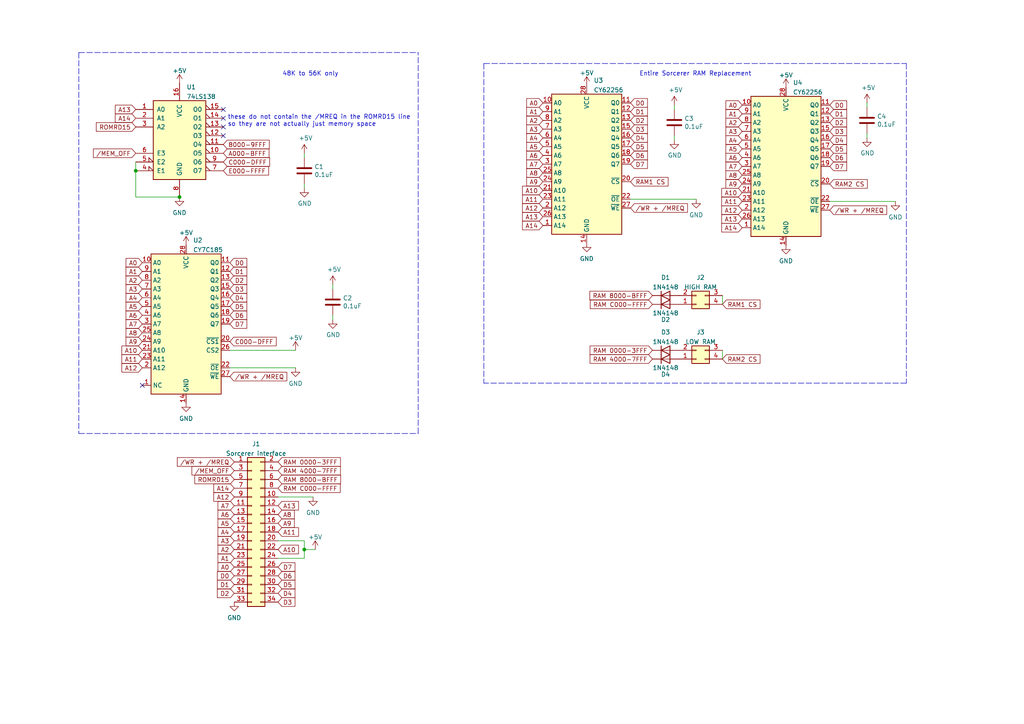
<source format=kicad_sch>
(kicad_sch (version 20211123) (generator eeschema)
  (paper "A4")
  (lib_symbols
    (symbol "74xx:74LS138" (pin_names (offset 1.016))
      (property "Reference" "U" (at -7.62 11.43 0))
      (property "Value" "74LS138" (at -7.62 -13.97 0))
      (symbol "74LS138_1_0"
        (pin input line (at -12.7 7.62 0) (length 5.08) (name "A0") (number "1"))
        (pin output output_low (at 12.7 -5.08 180) (length 5.08) (name "O5") (number "10"))
        (pin output output_low (at 12.7 -2.54 180) (length 5.08) (name "O4") (number "11"))
        (pin output output_low (at 12.7 0 180) (length 5.08) (name "O3") (number "12"))
        (pin output output_low (at 12.7 2.54 180) (length 5.08) (name "O2") (number "13"))
        (pin output output_low (at 12.7 5.08 180) (length 5.08) (name "O1") (number "14"))
        (pin output output_low (at 12.7 7.62 180) (length 5.08) (name "O0") (number "15"))
        (pin power_in line (at 0 15.24 270) (length 5.08) (name "VCC") (number "16"))
        (pin input line (at -12.7 5.08 0) (length 5.08) (name "A1") (number "2"))
        (pin input line (at -12.7 2.54 0) (length 5.08) (name "A2") (number "3"))
        (pin input input_low (at -12.7 -10.16 0) (length 5.08) (name "E1") (number "4"))
        (pin input input_low (at -12.7 -7.62 0) (length 5.08) (name "E2") (number "5"))
        (pin input line (at -12.7 -5.08 0) (length 5.08) (name "E3") (number "6"))
        (pin output output_low (at 12.7 -10.16 180) (length 5.08) (name "O7") (number "7"))
        (pin power_in line (at 0 -17.78 90) (length 5.08) (name "GND") (number "8"))
        (pin output output_low (at 12.7 -7.62 180) (length 5.08) (name "O6") (number "9"))
      )
      (symbol "74LS138_1_1"
        (rectangle (start -7.62 10.16) (end 7.62 -12.7) (stroke (width 0.254)) (fill (type background)))
      )
    )
    (symbol "Connector_Generic:Conn_02x02_Counter_Clockwise" (pin_names (offset 1.016) hide)
      (property "Reference" "J" (at 1.27 2.54 0))
      (property "Value" "Conn_02x02_Counter_Clockwise" (at 1.27 -5.08 0))
      (symbol "Conn_02x02_Counter_Clockwise_1_1"
        (rectangle (start -1.27 -2.413) (end 0 -2.667) (stroke (width 0.1524)))
        (rectangle (start -1.27 0.127) (end 0 -0.127) (stroke (width 0.1524)))
        (rectangle (start -1.27 1.27) (end 3.81 -3.81) (stroke (width 0.254)) (fill (type background)))
        (rectangle (start 3.81 -2.413) (end 2.54 -2.667) (stroke (width 0.1524)))
        (rectangle (start 3.81 0.127) (end 2.54 -0.127) (stroke (width 0.1524)))
        (pin passive line (at -5.08 0 0) (length 3.81) (name "Pin_1") (number "1"))
        (pin passive line (at -5.08 -2.54 0) (length 3.81) (name "Pin_2") (number "2"))
        (pin passive line (at 7.62 -2.54 180) (length 3.81) (name "Pin_3") (number "3"))
        (pin passive line (at 7.62 0 180) (length 3.81) (name "Pin_4") (number "4"))
      )
    )
    (symbol "Connector_Generic:Conn_02x17_Odd_Even" (pin_names (offset 1.016) hide)
      (property "Reference" "J" (at 1.27 22.86 0))
      (property "Value" "Conn_02x17_Odd_Even" (at 1.27 -22.86 0))
      (symbol "Conn_02x17_Odd_Even_1_1"
        (rectangle (start -1.27 -20.193) (end 0 -20.447) (stroke (width 0.1524)))
        (rectangle (start -1.27 -17.653) (end 0 -17.907) (stroke (width 0.1524)))
        (rectangle (start -1.27 -15.113) (end 0 -15.367) (stroke (width 0.1524)))
        (rectangle (start -1.27 -12.573) (end 0 -12.827) (stroke (width 0.1524)))
        (rectangle (start -1.27 -10.033) (end 0 -10.287) (stroke (width 0.1524)))
        (rectangle (start -1.27 -7.493) (end 0 -7.747) (stroke (width 0.1524)))
        (rectangle (start -1.27 -4.953) (end 0 -5.207) (stroke (width 0.1524)))
        (rectangle (start -1.27 -2.413) (end 0 -2.667) (stroke (width 0.1524)))
        (rectangle (start -1.27 0.127) (end 0 -0.127) (stroke (width 0.1524)))
        (rectangle (start -1.27 2.667) (end 0 2.413) (stroke (width 0.1524)))
        (rectangle (start -1.27 5.207) (end 0 4.953) (stroke (width 0.1524)))
        (rectangle (start -1.27 7.747) (end 0 7.493) (stroke (width 0.1524)))
        (rectangle (start -1.27 10.287) (end 0 10.033) (stroke (width 0.1524)))
        (rectangle (start -1.27 12.827) (end 0 12.573) (stroke (width 0.1524)))
        (rectangle (start -1.27 15.367) (end 0 15.113) (stroke (width 0.1524)))
        (rectangle (start -1.27 17.907) (end 0 17.653) (stroke (width 0.1524)))
        (rectangle (start -1.27 20.447) (end 0 20.193) (stroke (width 0.1524)))
        (rectangle (start -1.27 21.59) (end 3.81 -21.59) (stroke (width 0.254)) (fill (type background)))
        (rectangle (start 3.81 -20.193) (end 2.54 -20.447) (stroke (width 0.1524)))
        (rectangle (start 3.81 -17.653) (end 2.54 -17.907) (stroke (width 0.1524)))
        (rectangle (start 3.81 -15.113) (end 2.54 -15.367) (stroke (width 0.1524)))
        (rectangle (start 3.81 -12.573) (end 2.54 -12.827) (stroke (width 0.1524)))
        (rectangle (start 3.81 -10.033) (end 2.54 -10.287) (stroke (width 0.1524)))
        (rectangle (start 3.81 -7.493) (end 2.54 -7.747) (stroke (width 0.1524)))
        (rectangle (start 3.81 -4.953) (end 2.54 -5.207) (stroke (width 0.1524)))
        (rectangle (start 3.81 -2.413) (end 2.54 -2.667) (stroke (width 0.1524)))
        (rectangle (start 3.81 0.127) (end 2.54 -0.127) (stroke (width 0.1524)))
        (rectangle (start 3.81 2.667) (end 2.54 2.413) (stroke (width 0.1524)))
        (rectangle (start 3.81 5.207) (end 2.54 4.953) (stroke (width 0.1524)))
        (rectangle (start 3.81 7.747) (end 2.54 7.493) (stroke (width 0.1524)))
        (rectangle (start 3.81 10.287) (end 2.54 10.033) (stroke (width 0.1524)))
        (rectangle (start 3.81 12.827) (end 2.54 12.573) (stroke (width 0.1524)))
        (rectangle (start 3.81 15.367) (end 2.54 15.113) (stroke (width 0.1524)))
        (rectangle (start 3.81 17.907) (end 2.54 17.653) (stroke (width 0.1524)))
        (rectangle (start 3.81 20.447) (end 2.54 20.193) (stroke (width 0.1524)))
        (pin passive line (at -5.08 20.32 0) (length 3.81) (name "Pin_1") (number "1"))
        (pin passive line (at 7.62 10.16 180) (length 3.81) (name "Pin_10") (number "10"))
        (pin passive line (at -5.08 7.62 0) (length 3.81) (name "Pin_11") (number "11"))
        (pin passive line (at 7.62 7.62 180) (length 3.81) (name "Pin_12") (number "12"))
        (pin passive line (at -5.08 5.08 0) (length 3.81) (name "Pin_13") (number "13"))
        (pin passive line (at 7.62 5.08 180) (length 3.81) (name "Pin_14") (number "14"))
        (pin passive line (at -5.08 2.54 0) (length 3.81) (name "Pin_15") (number "15"))
        (pin passive line (at 7.62 2.54 180) (length 3.81) (name "Pin_16") (number "16"))
        (pin passive line (at -5.08 0 0) (length 3.81) (name "Pin_17") (number "17"))
        (pin passive line (at 7.62 0 180) (length 3.81) (name "Pin_18") (number "18"))
        (pin passive line (at -5.08 -2.54 0) (length 3.81) (name "Pin_19") (number "19"))
        (pin passive line (at 7.62 20.32 180) (length 3.81) (name "Pin_2") (number "2"))
        (pin passive line (at 7.62 -2.54 180) (length 3.81) (name "Pin_20") (number "20"))
        (pin passive line (at -5.08 -5.08 0) (length 3.81) (name "Pin_21") (number "21"))
        (pin passive line (at 7.62 -5.08 180) (length 3.81) (name "Pin_22") (number "22"))
        (pin passive line (at -5.08 -7.62 0) (length 3.81) (name "Pin_23") (number "23"))
        (pin passive line (at 7.62 -7.62 180) (length 3.81) (name "Pin_24") (number "24"))
        (pin passive line (at -5.08 -10.16 0) (length 3.81) (name "Pin_25") (number "25"))
        (pin passive line (at 7.62 -10.16 180) (length 3.81) (name "Pin_26") (number "26"))
        (pin passive line (at -5.08 -12.7 0) (length 3.81) (name "Pin_27") (number "27"))
        (pin passive line (at 7.62 -12.7 180) (length 3.81) (name "Pin_28") (number "28"))
        (pin passive line (at -5.08 -15.24 0) (length 3.81) (name "Pin_29") (number "29"))
        (pin passive line (at -5.08 17.78 0) (length 3.81) (name "Pin_3") (number "3"))
        (pin passive line (at 7.62 -15.24 180) (length 3.81) (name "Pin_30") (number "30"))
        (pin passive line (at -5.08 -17.78 0) (length 3.81) (name "Pin_31") (number "31"))
        (pin passive line (at 7.62 -17.78 180) (length 3.81) (name "Pin_32") (number "32"))
        (pin passive line (at -5.08 -20.32 0) (length 3.81) (name "Pin_33") (number "33"))
        (pin passive line (at 7.62 -20.32 180) (length 3.81) (name "Pin_34") (number "34"))
        (pin passive line (at 7.62 17.78 180) (length 3.81) (name "Pin_4") (number "4"))
        (pin passive line (at -5.08 15.24 0) (length 3.81) (name "Pin_5") (number "5"))
        (pin passive line (at 7.62 15.24 180) (length 3.81) (name "Pin_6") (number "6"))
        (pin passive line (at -5.08 12.7 0) (length 3.81) (name "Pin_7") (number "7"))
        (pin passive line (at 7.62 12.7 180) (length 3.81) (name "Pin_8") (number "8"))
        (pin passive line (at -5.08 10.16 0) (length 3.81) (name "Pin_9") (number "9"))
      )
    )
    (symbol "Device:C" (pin_numbers hide) (pin_names (offset 0.254))
      (property "Reference" "C" (at 0.635 2.54 0))
      (property "Value" "C" (at 0.635 -2.54 0))
      (symbol "C_0_1"
        (polyline (pts (xy -2.032 -0.762) (xy 2.032 -0.762)) (stroke (width 0.508)))
        (polyline (pts (xy -2.032 0.762) (xy 2.032 0.762)) (stroke (width 0.508)))
      )
      (symbol "C_1_1"
        (pin passive line (at 0 3.81 270) (length 2.794) (name "~") (number "1"))
        (pin passive line (at 0 -3.81 90) (length 2.794) (name "~") (number "2"))
      )
    )
    (symbol "Diode:1N4148" (pin_numbers hide) (pin_names (offset 1.016) hide)
      (property "Reference" "D" (at 0 2.54 0))
      (property "Value" "1N4148" (at 0 -2.54 0))
      (symbol "1N4148_0_1"
        (polyline (pts (xy -1.27 1.27) (xy -1.27 -1.27)) (stroke (width 0.254)))
        (polyline (pts (xy 1.27 0) (xy -1.27 0)))
        (polyline (pts (xy 1.27 1.27) (xy 1.27 -1.27) (xy -1.27 0) (xy 1.27 1.27)) (stroke (width 0.254)))
      )
      (symbol "1N4148_1_1"
        (pin passive line (at -3.81 0 0) (length 2.54) (name "K") (number "1"))
        (pin passive line (at 3.81 0 180) (length 2.54) (name "A") (number "2"))
      )
    )
    (symbol "Evan's misc parts:CY7C185"
      (property "Reference" "U" (at -10.16 20.955 0))
      (property "Value" "CY7C185" (at 2.54 20.955 0))
      (symbol "CY7C185_0_0"
        (pin power_in line (at 0 -22.86 90) (length 2.54) (name "GND") (number "14"))
        (pin power_in line (at 0 22.86 270) (length 2.54) (name "VCC") (number "28"))
      )
      (symbol "CY7C185_0_1"
        (rectangle (start -10.16 20.32) (end 10.16 -20.32) (stroke (width 0.254)) (fill (type background)))
      )
      (symbol "CY7C185_1_1"
        (pin passive line (at -12.7 -17.78 0) (length 2.54) (name "NC") (number "1"))
        (pin input line (at -12.7 17.78 0) (length 2.54) (name "A0") (number "10"))
        (pin tri_state line (at 12.7 17.78 180) (length 2.54) (name "Q0") (number "11"))
        (pin tri_state line (at 12.7 15.24 180) (length 2.54) (name "Q1") (number "12"))
        (pin tri_state line (at 12.7 12.7 180) (length 2.54) (name "Q2") (number "13"))
        (pin tri_state line (at 12.7 10.16 180) (length 2.54) (name "Q3") (number "15"))
        (pin tri_state line (at 12.7 7.62 180) (length 2.54) (name "Q4") (number "16"))
        (pin tri_state line (at 12.7 5.08 180) (length 2.54) (name "Q5") (number "17"))
        (pin tri_state line (at 12.7 2.54 180) (length 2.54) (name "Q6") (number "18"))
        (pin tri_state line (at 12.7 0 180) (length 2.54) (name "Q7") (number "19"))
        (pin input line (at -12.7 -12.7 0) (length 2.54) (name "A12") (number "2"))
        (pin input line (at 12.7 -5.08 180) (length 2.54) (name "~{CS1}") (number "20"))
        (pin input line (at -12.7 -7.62 0) (length 2.54) (name "A10") (number "21"))
        (pin input line (at 12.7 -12.7 180) (length 2.54) (name "~{OE}") (number "22"))
        (pin input line (at -12.7 -10.16 0) (length 2.54) (name "A11") (number "23"))
        (pin input line (at -12.7 -5.08 0) (length 2.54) (name "A9") (number "24"))
        (pin input line (at -12.7 -2.54 0) (length 2.54) (name "A8") (number "25"))
        (pin input line (at 12.7 -7.62 180) (length 2.54) (name "CS2") (number "26"))
        (pin input line (at 12.7 -15.24 180) (length 2.54) (name "~{WE}") (number "27"))
        (pin input line (at -12.7 0 0) (length 2.54) (name "A7") (number "3"))
        (pin input line (at -12.7 2.54 0) (length 2.54) (name "A6") (number "4"))
        (pin input line (at -12.7 5.08 0) (length 2.54) (name "A5") (number "5"))
        (pin input line (at -12.7 7.62 0) (length 2.54) (name "A4") (number "6"))
        (pin input line (at -12.7 10.16 0) (length 2.54) (name "A3") (number "7"))
        (pin input line (at -12.7 12.7 0) (length 2.54) (name "A2") (number "8"))
        (pin input line (at -12.7 15.24 0) (length 2.54) (name "A1") (number "9"))
      )
    )
    (symbol "Memory_RAM:CY62256-70PC"
      (property "Reference" "U" (at -10.16 20.955 0))
      (property "Value" "CY62256-70PC" (at 2.54 20.955 0))
      (symbol "CY62256-70PC_0_0"
        (pin power_in line (at 0 -22.86 90) (length 2.54) (name "GND") (number "14"))
        (pin power_in line (at 0 22.86 270) (length 2.54) (name "VCC") (number "28"))
      )
      (symbol "CY62256-70PC_0_1"
        (rectangle (start -10.16 20.32) (end 10.16 -20.32) (stroke (width 0.254)) (fill (type background)))
      )
      (symbol "CY62256-70PC_1_1"
        (pin input line (at -12.7 -17.78 0) (length 2.54) (name "A14") (number "1"))
        (pin input line (at -12.7 17.78 0) (length 2.54) (name "A0") (number "10"))
        (pin tri_state line (at 12.7 17.78 180) (length 2.54) (name "Q0") (number "11"))
        (pin tri_state line (at 12.7 15.24 180) (length 2.54) (name "Q1") (number "12"))
        (pin tri_state line (at 12.7 12.7 180) (length 2.54) (name "Q2") (number "13"))
        (pin tri_state line (at 12.7 10.16 180) (length 2.54) (name "Q3") (number "15"))
        (pin tri_state line (at 12.7 7.62 180) (length 2.54) (name "Q4") (number "16"))
        (pin tri_state line (at 12.7 5.08 180) (length 2.54) (name "Q5") (number "17"))
        (pin tri_state line (at 12.7 2.54 180) (length 2.54) (name "Q6") (number "18"))
        (pin tri_state line (at 12.7 0 180) (length 2.54) (name "Q7") (number "19"))
        (pin input line (at -12.7 -12.7 0) (length 2.54) (name "A12") (number "2"))
        (pin input line (at 12.7 -5.08 180) (length 2.54) (name "~{CS}") (number "20"))
        (pin input line (at -12.7 -7.62 0) (length 2.54) (name "A10") (number "21"))
        (pin input line (at 12.7 -10.16 180) (length 2.54) (name "~{OE}") (number "22"))
        (pin input line (at -12.7 -10.16 0) (length 2.54) (name "A11") (number "23"))
        (pin input line (at -12.7 -5.08 0) (length 2.54) (name "A9") (number "24"))
        (pin input line (at -12.7 -2.54 0) (length 2.54) (name "A8") (number "25"))
        (pin input line (at -12.7 -15.24 0) (length 2.54) (name "A13") (number "26"))
        (pin input line (at 12.7 -12.7 180) (length 2.54) (name "~{WE}") (number "27"))
        (pin input line (at -12.7 0 0) (length 2.54) (name "A7") (number "3"))
        (pin input line (at -12.7 2.54 0) (length 2.54) (name "A6") (number "4"))
        (pin input line (at -12.7 5.08 0) (length 2.54) (name "A5") (number "5"))
        (pin input line (at -12.7 7.62 0) (length 2.54) (name "A4") (number "6"))
        (pin input line (at -12.7 10.16 0) (length 2.54) (name "A3") (number "7"))
        (pin input line (at -12.7 12.7 0) (length 2.54) (name "A2") (number "8"))
        (pin input line (at -12.7 15.24 0) (length 2.54) (name "A1") (number "9"))
      )
    )
    (symbol "power:+5V" (power) (pin_names (offset 0))
      (property "Value" "+5V" (at 0 3.556 0))
      (symbol "+5V_0_1"
        (polyline (pts (xy -0.762 1.27) (xy 0 2.54)))
        (polyline (pts (xy 0 0) (xy 0 2.54)))
        (polyline (pts (xy 0 2.54) (xy 0.762 1.27)))
      )
      (symbol "+5V_1_1"
        (pin power_in line (at 0 0 90) (length 0) hide (name "+5V") (number "1"))
      )
    )
    (symbol "power:GND" (power) (pin_names (offset 0))
      (property "Value" "GND" (at 0 -3.81 0))
      (symbol "GND_0_1"
        (polyline (pts (xy 0 0) (xy 0 -1.27) (xy 1.27 -1.27) (xy 0 -2.54) (xy -1.27 -1.27) (xy 0 -1.27)))
      )
      (symbol "GND_1_1"
        (pin power_in line (at 0 0 270) (length 0) hide (name "GND") (number "1"))
      )
    )
  )
  (junction (at 39.37 49.53))
  (junction (at 88.265 159.385))
  (junction (at 52.07 57.15))
  (no_connect (at 64.77 36.83))
  (no_connect (at 41.275 111.76))
  (no_connect (at 64.77 39.37))
  (no_connect (at 64.77 34.29))
  (no_connect (at 64.77 31.75))
  (wire (pts (xy 251.46 38.735) (xy 251.46 40.005)))
  (polyline (pts (xy 140.335 18.415) (xy 140.335 111.125)))
  (polyline (pts (xy 22.86 15.24) (xy 22.86 125.73)))
  (polyline (pts (xy 121.285 125.73) (xy 121.285 15.24)))
  (wire (pts (xy 66.675 106.68) (xy 85.725 106.68)))
  (wire (pts (xy 251.46 29.845) (xy 251.46 31.115)))
  (wire (pts (xy 39.37 57.15) (xy 52.07 57.15)))
  (polyline (pts (xy 262.89 111.125) (xy 140.335 111.125)))
  (polyline (pts (xy 140.335 18.415) (xy 262.89 18.415)))
  (wire (pts (xy 66.675 101.6) (xy 85.725 101.6)))
  (wire (pts (xy 96.52 91.44) (xy 96.52 92.71)))
  (wire (pts (xy 209.55 85.725) (xy 209.55 88.265)))
  (wire (pts (xy 39.37 46.99) (xy 39.37 49.53)))
  (wire (pts (xy 88.265 44.45) (xy 88.265 45.72)))
  (polyline (pts (xy 262.89 18.415) (xy 262.89 111.125)))
  (wire (pts (xy 182.88 57.785) (xy 201.93 57.785)))
  (wire (pts (xy 195.58 30.48) (xy 195.58 31.75)))
  (wire (pts (xy 195.58 39.37) (xy 195.58 40.64)))
  (wire (pts (xy 88.265 53.34) (xy 88.265 54.61)))
  (wire (pts (xy 88.265 161.925) (xy 80.645 161.925)))
  (wire (pts (xy 240.665 58.42) (xy 259.715 58.42)))
  (wire (pts (xy 39.37 49.53) (xy 39.37 57.15)))
  (wire (pts (xy 96.52 82.55) (xy 96.52 83.82)))
  (wire (pts (xy 88.265 159.385) (xy 91.44 159.385)))
  (wire (pts (xy 88.265 156.845) (xy 88.265 159.385)))
  (wire (pts (xy 88.265 159.385) (xy 88.265 161.925)))
  (polyline (pts (xy 22.86 125.73) (xy 121.285 125.73)))
  (wire (pts (xy 209.55 101.6) (xy 209.55 104.14)))
  (wire (pts (xy 80.645 144.145) (xy 90.805 144.145)))
  (wire (pts (xy 80.645 156.845) (xy 88.265 156.845)))
  (polyline (pts (xy 22.86 15.24) (xy 121.285 15.24)))
  (text "Entire Sorcerer RAM Replacement" (at 185.42 22.225 0) (effects (font (size 1.27 1.27)) (justify left bottom)))
  (text "these do not contain the /MREQ in the ROMRD15 line\nso they are not actually just memory space" (at 66.04 36.83 0) (effects (font (size 1.27 1.27)) (justify left bottom)))
  (text "48K to 56K only" (at 81.915 22.225 0) (effects (font (size 1.27 1.27)) (justify left bottom)))
  (global_label "A8" (shape input) (at 80.645 149.225 0) (property "Intersheet References" "${INTERSHEET_REFS}" (effects hide)))
  (global_label "A9" (shape input) (at 157.48 52.705 180) (property "Intersheet References" "${INTERSHEET_REFS}" (effects hide)))
  (global_label "A7" (shape input) (at 41.275 93.98 180) (property "Intersheet References" "${INTERSHEET_REFS}" (effects hide)))
  (global_label "A3" (shape input) (at 215.265 38.1 180) (property "Intersheet References" "${INTERSHEET_REFS}" (effects hide)))
  (global_label "A12" (shape input) (at 41.275 106.68 180) (property "Intersheet References" "${INTERSHEET_REFS}" (effects hide)))
  (global_label "D1" (shape input) (at 240.665 33.02 0) (property "Intersheet References" "${INTERSHEET_REFS}" (effects hide)))
  (global_label "A5" (shape input) (at 215.265 43.18 180) (property "Intersheet References" "${INTERSHEET_REFS}" (effects hide)))
  (global_label "RAM1 CS" (shape input) (at 209.55 88.265 0) (property "Intersheet References" "${INTERSHEET_REFS}" (effects hide)))
  (global_label "RAM 8000-BFFF" (shape input) (at 189.23 85.725 180) (property "Intersheet References" "${INTERSHEET_REFS}" (effects hide)))
  (global_label "D0" (shape input) (at 240.665 30.48 0) (property "Intersheet References" "${INTERSHEET_REFS}" (effects hide)))
  (global_label "D7" (shape input) (at 240.665 48.26 0) (property "Intersheet References" "${INTERSHEET_REFS}" (effects hide)))
  (global_label "A0" (shape input) (at 157.48 29.845 180) (property "Intersheet References" "${INTERSHEET_REFS}" (effects hide)))
  (global_label "RAM2 CS" (shape input) (at 240.665 53.34 0) (property "Intersheet References" "${INTERSHEET_REFS}" (effects hide)))
  (global_label "D6" (shape input) (at 66.675 91.44 0) (property "Intersheet References" "${INTERSHEET_REFS}" (effects hide)))
  (global_label "RAM2 CS" (shape input) (at 209.55 104.14 0) (property "Intersheet References" "${INTERSHEET_REFS}" (effects hide)))
  (global_label "A14" (shape input) (at 39.37 34.29 180) (property "Intersheet References" "${INTERSHEET_REFS}" (effects hide)))
  (global_label "A3" (shape input) (at 41.275 83.82 180) (property "Intersheet References" "${INTERSHEET_REFS}" (effects hide)))
  (global_label "D5" (shape input) (at 80.645 169.545 0) (property "Intersheet References" "${INTERSHEET_REFS}" (effects hide)))
  (global_label "A13" (shape input) (at 80.645 146.685 0) (property "Intersheet References" "${INTERSHEET_REFS}" (effects hide)))
  (global_label "A11" (shape input) (at 215.265 58.42 180) (property "Intersheet References" "${INTERSHEET_REFS}" (effects hide)))
  (global_label "A7" (shape input) (at 215.265 48.26 180) (property "Intersheet References" "${INTERSHEET_REFS}" (effects hide)))
  (global_label "A12" (shape input) (at 157.48 60.325 180) (property "Intersheet References" "${INTERSHEET_REFS}" (effects hide)))
  (global_label "A11" (shape input) (at 157.48 57.785 180) (property "Intersheet References" "${INTERSHEET_REFS}" (effects hide)))
  (global_label "A14" (shape input) (at 157.48 65.405 180) (property "Intersheet References" "${INTERSHEET_REFS}" (effects hide)))
  (global_label "A14" (shape input) (at 67.945 141.605 180) (property "Intersheet References" "${INTERSHEET_REFS}" (effects hide)))
  (global_label "D3" (shape input) (at 182.88 37.465 0) (property "Intersheet References" "${INTERSHEET_REFS}" (effects hide)))
  (global_label "A3" (shape input) (at 67.945 156.845 180) (property "Intersheet References" "${INTERSHEET_REFS}" (effects hide)))
  (global_label "RAM1 CS" (shape input) (at 182.88 52.705 0) (property "Intersheet References" "${INTERSHEET_REFS}" (effects hide)))
  (global_label "{slash}WR + {slash}MREQ" (shape input) (at 66.675 109.22 0) (property "Intersheet References" "${INTERSHEET_REFS}" (effects hide)))
  (global_label "A3" (shape input) (at 157.48 37.465 180) (property "Intersheet References" "${INTERSHEET_REFS}" (effects hide)))
  (global_label "A13" (shape input) (at 157.48 62.865 180) (property "Intersheet References" "${INTERSHEET_REFS}" (effects hide)))
  (global_label "D5" (shape input) (at 66.675 88.9 0) (property "Intersheet References" "${INTERSHEET_REFS}" (effects hide)))
  (global_label "A6" (shape input) (at 67.945 149.225 180) (property "Intersheet References" "${INTERSHEET_REFS}" (effects hide)))
  (global_label "A0" (shape input) (at 41.275 76.2 180) (property "Intersheet References" "${INTERSHEET_REFS}" (effects hide)))
  (global_label "D0" (shape input) (at 67.945 167.005 180) (property "Intersheet References" "${INTERSHEET_REFS}" (effects hide)))
  (global_label "A14" (shape input) (at 215.265 66.04 180) (property "Intersheet References" "${INTERSHEET_REFS}" (effects hide)))
  (global_label "D7" (shape input) (at 80.645 164.465 0) (property "Intersheet References" "${INTERSHEET_REFS}" (effects hide)))
  (global_label "A4" (shape input) (at 215.265 40.64 180) (property "Intersheet References" "${INTERSHEET_REFS}" (effects hide)))
  (global_label "A6" (shape input) (at 157.48 45.085 180) (property "Intersheet References" "${INTERSHEET_REFS}" (effects hide)))
  (global_label "D1" (shape input) (at 182.88 32.385 0) (property "Intersheet References" "${INTERSHEET_REFS}" (effects hide)))
  (global_label "A2" (shape input) (at 157.48 34.925 180) (property "Intersheet References" "${INTERSHEET_REFS}" (effects hide)))
  (global_label "A5" (shape input) (at 67.945 151.765 180) (property "Intersheet References" "${INTERSHEET_REFS}" (effects hide)))
  (global_label "A9" (shape input) (at 215.265 53.34 180) (property "Intersheet References" "${INTERSHEET_REFS}" (effects hide)))
  (global_label "A9" (shape input) (at 80.645 151.765 0) (property "Intersheet References" "${INTERSHEET_REFS}" (effects hide)))
  (global_label "RAM 0000-3FFF" (shape input) (at 80.645 133.985 0) (property "Intersheet References" "${INTERSHEET_REFS}" (effects hide)))
  (global_label "A8" (shape input) (at 41.275 96.52 180) (property "Intersheet References" "${INTERSHEET_REFS}" (effects hide)))
  (global_label "D0" (shape input) (at 182.88 29.845 0) (property "Intersheet References" "${INTERSHEET_REFS}" (effects hide)))
  (global_label "A6" (shape input) (at 41.275 91.44 180) (property "Intersheet References" "${INTERSHEET_REFS}" (effects hide)))
  (global_label "A1" (shape input) (at 41.275 78.74 180) (property "Intersheet References" "${INTERSHEET_REFS}" (effects hide)))
  (global_label "A2" (shape input) (at 41.275 81.28 180) (property "Intersheet References" "${INTERSHEET_REFS}" (effects hide)))
  (global_label "D2" (shape input) (at 66.675 81.28 0) (property "Intersheet References" "${INTERSHEET_REFS}" (effects hide)))
  (global_label "A13" (shape input) (at 39.37 31.75 180) (property "Intersheet References" "${INTERSHEET_REFS}" (effects hide)))
  (global_label "{slash}MEM_OFF" (shape input) (at 39.37 44.45 180) (property "Intersheet References" "${INTERSHEET_REFS}" (effects hide)))
  (global_label "A1" (shape input) (at 67.945 161.925 180) (property "Intersheet References" "${INTERSHEET_REFS}" (effects hide)))
  (global_label "A11" (shape input) (at 41.275 104.14 180) (property "Intersheet References" "${INTERSHEET_REFS}" (effects hide)))
  (global_label "RAM 0000-3FFF" (shape input) (at 189.23 101.6 180) (property "Intersheet References" "${INTERSHEET_REFS}" (effects hide)))
  (global_label "8000-9FFF" (shape input) (at 64.77 41.91 0) (property "Intersheet References" "${INTERSHEET_REFS}" (effects hide)))
  (global_label "A2" (shape input) (at 215.265 35.56 180) (property "Intersheet References" "${INTERSHEET_REFS}" (effects hide)))
  (global_label "A10" (shape input) (at 80.645 159.385 0) (property "Intersheet References" "${INTERSHEET_REFS}" (effects hide)))
  (global_label "RAM 4000-7FFF" (shape input) (at 80.645 136.525 0) (property "Intersheet References" "${INTERSHEET_REFS}" (effects hide)))
  (global_label "ROMRD15" (shape input) (at 39.37 36.83 180) (property "Intersheet References" "${INTERSHEET_REFS}" (effects hide)))
  (global_label "RAM C000-FFFF" (shape input) (at 189.23 88.265 180) (property "Intersheet References" "${INTERSHEET_REFS}" (effects hide)))
  (global_label "RAM 8000-BFFF" (shape input) (at 80.645 139.065 0) (property "Intersheet References" "${INTERSHEET_REFS}" (effects hide)))
  (global_label "D3" (shape input) (at 66.675 83.82 0) (property "Intersheet References" "${INTERSHEET_REFS}" (effects hide)))
  (global_label "D6" (shape input) (at 182.88 45.085 0) (property "Intersheet References" "${INTERSHEET_REFS}" (effects hide)))
  (global_label "D1" (shape input) (at 66.675 78.74 0) (property "Intersheet References" "${INTERSHEET_REFS}" (effects hide)))
  (global_label "A2" (shape input) (at 67.945 159.385 180) (property "Intersheet References" "${INTERSHEET_REFS}" (effects hide)))
  (global_label "D4" (shape input) (at 182.88 40.005 0) (property "Intersheet References" "${INTERSHEET_REFS}" (effects hide)))
  (global_label "A7" (shape input) (at 157.48 47.625 180) (property "Intersheet References" "${INTERSHEET_REFS}" (effects hide)))
  (global_label "A10" (shape input) (at 215.265 55.88 180) (property "Intersheet References" "${INTERSHEET_REFS}" (effects hide)))
  (global_label "A4" (shape input) (at 41.275 86.36 180) (property "Intersheet References" "${INTERSHEET_REFS}" (effects hide)))
  (global_label "A11" (shape input) (at 80.645 154.305 0) (property "Intersheet References" "${INTERSHEET_REFS}" (effects hide)))
  (global_label "A7" (shape input) (at 67.945 146.685 180) (property "Intersheet References" "${INTERSHEET_REFS}" (effects hide)))
  (global_label "D6" (shape input) (at 80.645 167.005 0) (property "Intersheet References" "${INTERSHEET_REFS}" (effects hide)))
  (global_label "A10" (shape input) (at 157.48 55.245 180) (property "Intersheet References" "${INTERSHEET_REFS}" (effects hide)))
  (global_label "RAM C000-FFFF" (shape input) (at 80.645 141.605 0) (property "Intersheet References" "${INTERSHEET_REFS}" (effects hide)))
  (global_label "D5" (shape input) (at 182.88 42.545 0) (property "Intersheet References" "${INTERSHEET_REFS}" (effects hide)))
  (global_label "D1" (shape input) (at 67.945 169.545 180) (property "Intersheet References" "${INTERSHEET_REFS}" (effects hide)))
  (global_label "D7" (shape input) (at 182.88 47.625 0) (property "Intersheet References" "${INTERSHEET_REFS}" (effects hide)))
  (global_label "A1" (shape input) (at 215.265 33.02 180) (property "Intersheet References" "${INTERSHEET_REFS}" (effects hide)))
  (global_label "E000-FFFF" (shape input) (at 64.77 49.53 0) (property "Intersheet References" "${INTERSHEET_REFS}" (effects hide)))
  (global_label "C000-DFFF" (shape input) (at 64.77 46.99 0) (property "Intersheet References" "${INTERSHEET_REFS}" (effects hide)))
  (global_label "A12" (shape input) (at 67.945 144.145 180) (property "Intersheet References" "${INTERSHEET_REFS}" (effects hide)))
  (global_label "D2" (shape input) (at 67.945 172.085 180) (property "Intersheet References" "${INTERSHEET_REFS}" (effects hide)))
  (global_label "D4" (shape input) (at 66.675 86.36 0) (property "Intersheet References" "${INTERSHEET_REFS}" (effects hide)))
  (global_label "D2" (shape input) (at 182.88 34.925 0) (property "Intersheet References" "${INTERSHEET_REFS}" (effects hide)))
  (global_label "D3" (shape input) (at 80.645 174.625 0) (property "Intersheet References" "${INTERSHEET_REFS}" (effects hide)))
  (global_label "D7" (shape input) (at 66.675 93.98 0) (property "Intersheet References" "${INTERSHEET_REFS}" (effects hide)))
  (global_label "A0" (shape input) (at 215.265 30.48 180) (property "Intersheet References" "${INTERSHEET_REFS}" (effects hide)))
  (global_label "D3" (shape input) (at 240.665 38.1 0) (property "Intersheet References" "${INTERSHEET_REFS}" (effects hide)))
  (global_label "{slash}WR + {slash}MREQ" (shape input) (at 67.945 133.985 180) (property "Intersheet References" "${INTERSHEET_REFS}" (effects hide)))
  (global_label "A4" (shape input) (at 67.945 154.305 180) (property "Intersheet References" "${INTERSHEET_REFS}" (effects hide)))
  (global_label "C000-DFFF" (shape input) (at 66.675 99.06 0) (property "Intersheet References" "${INTERSHEET_REFS}" (effects hide)))
  (global_label "{slash}WR + {slash}MREQ" (shape input) (at 240.665 60.96 0) (property "Intersheet References" "${INTERSHEET_REFS}" (effects hide)))
  (global_label "A5" (shape input) (at 157.48 42.545 180) (property "Intersheet References" "${INTERSHEET_REFS}" (effects hide)))
  (global_label "A4" (shape input) (at 157.48 40.005 180) (property "Intersheet References" "${INTERSHEET_REFS}" (effects hide)))
  (global_label "D0" (shape input) (at 66.675 76.2 0) (property "Intersheet References" "${INTERSHEET_REFS}" (effects hide)))
  (global_label "D2" (shape input) (at 240.665 35.56 0) (property "Intersheet References" "${INTERSHEET_REFS}" (effects hide)))
  (global_label "D4" (shape input) (at 80.645 172.085 0) (property "Intersheet References" "${INTERSHEET_REFS}" (effects hide)))
  (global_label "A12" (shape input) (at 215.265 60.96 180) (property "Intersheet References" "${INTERSHEET_REFS}" (effects hide)))
  (global_label "D5" (shape input) (at 240.665 43.18 0) (property "Intersheet References" "${INTERSHEET_REFS}" (effects hide)))
  (global_label "RAM 4000-7FFF" (shape input) (at 189.23 104.14 180) (property "Intersheet References" "${INTERSHEET_REFS}" (effects hide)))
  (global_label "D6" (shape input) (at 240.665 45.72 0) (property "Intersheet References" "${INTERSHEET_REFS}" (effects hide)))
  (global_label "{slash}MEM_OFF" (shape input) (at 67.945 136.525 180) (property "Intersheet References" "${INTERSHEET_REFS}" (effects hide)))
  (global_label "A9" (shape input) (at 41.275 99.06 180) (property "Intersheet References" "${INTERSHEET_REFS}" (effects hide)))
  (global_label "A8" (shape input) (at 215.265 50.8 180) (property "Intersheet References" "${INTERSHEET_REFS}" (effects hide)))
  (global_label "A6" (shape input) (at 215.265 45.72 180) (property "Intersheet References" "${INTERSHEET_REFS}" (effects hide)))
  (global_label "A0" (shape input) (at 67.945 164.465 180) (property "Intersheet References" "${INTERSHEET_REFS}" (effects hide)))
  (global_label "ROMRD15" (shape input) (at 67.945 139.065 180) (property "Intersheet References" "${INTERSHEET_REFS}" (effects hide)))
  (global_label "A1" (shape input) (at 157.48 32.385 180) (property "Intersheet References" "${INTERSHEET_REFS}" (effects hide)))
  (global_label "A5" (shape input) (at 41.275 88.9 180) (property "Intersheet References" "${INTERSHEET_REFS}" (effects hide)))
  (global_label "A8" (shape input) (at 157.48 50.165 180) (property "Intersheet References" "${INTERSHEET_REFS}" (effects hide)))
  (global_label "A000-BFFF" (shape input) (at 64.77 44.45 0) (property "Intersheet References" "${INTERSHEET_REFS}" (effects hide)))
  (global_label "{slash}WR + {slash}MREQ" (shape input) (at 182.88 60.325 0) (property "Intersheet References" "${INTERSHEET_REFS}" (effects hide)))
  (global_label "A13" (shape input) (at 215.265 63.5 180) (property "Intersheet References" "${INTERSHEET_REFS}" (effects hide)))
  (global_label "D4" (shape input) (at 240.665 40.64 0) (property "Intersheet References" "${INTERSHEET_REFS}" (effects hide)))
  (global_label "A10" (shape input) (at 41.275 101.6 180) (property "Intersheet References" "${INTERSHEET_REFS}" (effects hide)))
  (symbol (lib_id "Diode:1N4148") (at 193.04 85.725 0) (unit 1)
    (property "Reference" "D1" (at 193.04 80.4885 0))
    (property "Value" "1N4148" (at 193.04 83.2636 0))
    (property "Footprint" "Diode_THT:D_DO-35_SOD27_P2.54mm_Vertical_KathodeUp" (effects hide))
    (property "Datasheet" "https://assets.nexperia.com/documents/data-sheet/1N4148_1N4448.pdf" (effects hide))
  )
  (symbol (lib_id "power:GND") (at 201.93 57.785 0) (unit 1)
    (property "Reference" "#PWR017" (effects hide))
    (property "Value" "GND" (at 201.93 62.3475 0))
  )
  (symbol (lib_id "power:GND") (at 53.975 116.84 0) (unit 1)
    (property "Reference" "#PWR04" (effects hide))
    (property "Value" "GND" (at 53.975 121.4025 0))
  )
  (symbol (lib_id "power:GND") (at 259.715 58.42 0) (unit 1)
    (property "Reference" "#PWR022" (effects hide))
    (property "Value" "GND" (at 259.715 62.9825 0))
  )
  (symbol (lib_id "Device:C") (at 96.52 87.63 0) (unit 1)
    (property "Reference" "C2" (at 99.441 86.4616 0) (effects (justify left)))
    (property "Value" "0.1uF" (at 99.441 88.773 0) (effects (justify left)))
    (property "Footprint" "Capacitor_THT:C_Axial_L3.8mm_D2.6mm_P7.50mm_Horizontal" (effects hide))
  )
  (symbol (lib_id "Memory_RAM:CY62256-70PC") (at 227.965 48.26 0) (unit 1)
    (property "Reference" "U4" (at 229.9844 23.9735 0) (effects (justify left)))
    (property "Value" "CY62256" (at 229.9844 26.7486 0) (effects (justify left)))
    (property "Footprint" "Package_DIP:DIP-28_W7.62mm" (effects hide))
    (property "Datasheet" "https://ecee.colorado.edu/~mcclurel/Cypress_SRAM_CY62256.pdf" (effects hide))
  )
  (symbol (lib_id "Device:C") (at 88.265 49.53 0) (unit 1)
    (property "Reference" "C1" (at 91.186 48.3616 0) (effects (justify left)))
    (property "Value" "0.1uF" (at 91.186 50.673 0) (effects (justify left)))
    (property "Footprint" "Capacitor_THT:C_Axial_L3.8mm_D2.6mm_P7.50mm_Horizontal" (effects hide))
  )
  (symbol (lib_id "Diode:1N4148") (at 193.04 88.265 0) (unit 1)
    (property "Reference" "D2" (at 193.04 92.71 0))
    (property "Value" "1N4148" (at 193.04 90.805 0))
    (property "Footprint" "Diode_THT:D_DO-35_SOD27_P2.54mm_Vertical_KathodeUp" (effects hide))
    (property "Datasheet" "https://assets.nexperia.com/documents/data-sheet/1N4148_1N4448.pdf" (effects hide))
  )
  (symbol (lib_id "power:+5V") (at 91.44 159.385 0) (unit 1)
    (property "Reference" "#PWR012" (effects hide))
    (property "Value" "+5V" (at 91.44 155.7805 0))
  )
  (symbol (lib_id "74xx:74LS138") (at 52.07 39.37 0) (unit 1)
    (property "Reference" "U1" (at 54.0894 25.2435 0) (effects (justify left)))
    (property "Value" "74LS138" (at 54.0894 28.0186 0) (effects (justify left)))
    (property "Footprint" "Package_DIP:DIP-16_W7.62mm" (effects hide))
    (property "Datasheet" "http://www.ti.com/lit/gpn/sn74LS138" (effects hide))
  )
  (symbol (lib_id "Diode:1N4148") (at 193.04 101.6 0) (unit 1)
    (property "Reference" "D3" (at 193.04 96.3635 0))
    (property "Value" "1N4148" (at 193.04 99.1386 0))
    (property "Footprint" "Diode_THT:D_DO-35_SOD27_P2.54mm_Vertical_KathodeUp" (effects hide))
    (property "Datasheet" "https://assets.nexperia.com/documents/data-sheet/1N4148_1N4448.pdf" (effects hide))
  )
  (symbol (lib_id "power:GND") (at 90.805 144.145 0) (unit 1)
    (property "Reference" "#PWR0101" (effects hide))
    (property "Value" "GND" (at 90.805 148.7075 0))
  )
  (symbol (lib_id "power:GND") (at 85.725 106.68 0) (unit 1)
    (property "Reference" "#PWR07" (effects hide))
    (property "Value" "GND" (at 85.725 111.2425 0))
  )
  (symbol (lib_id "Device:C") (at 251.46 34.925 0) (unit 1)
    (property "Reference" "C4" (at 254.381 33.7566 0) (effects (justify left)))
    (property "Value" "0.1uF" (at 254.381 36.068 0) (effects (justify left)))
    (property "Footprint" "Capacitor_THT:C_Axial_L3.8mm_D2.6mm_P7.50mm_Horizontal" (effects hide))
  )
  (symbol (lib_id "Memory_RAM:CY62256-70PC") (at 170.18 47.625 0) (unit 1)
    (property "Reference" "U3" (at 172.1994 23.3385 0) (effects (justify left)))
    (property "Value" "CY62256" (at 172.1994 26.1136 0) (effects (justify left)))
    (property "Footprint" "Package_DIP:DIP-28_W7.62mm" (effects hide))
    (property "Datasheet" "https://ecee.colorado.edu/~mcclurel/Cypress_SRAM_CY62256.pdf" (effects hide))
  )
  (symbol (lib_id "power:+5V") (at 53.975 71.12 0) (unit 1)
    (property "Reference" "#PWR03" (effects hide))
    (property "Value" "+5V" (at 53.975 67.5155 0))
  )
  (symbol (lib_id "power:GND") (at 227.965 71.12 0) (unit 1)
    (property "Reference" "#PWR019" (effects hide))
    (property "Value" "GND" (at 227.965 75.6825 0))
  )
  (symbol (lib_id "Evan's misc parts:CY7C185") (at 53.975 93.98 0) (unit 1)
    (property "Reference" "U2" (at 55.9944 69.6935 0) (effects (justify left)))
    (property "Value" "CY7C185" (at 55.9944 72.4686 0) (effects (justify left)))
    (property "Footprint" "Package_DIP:DIP-28_W7.62mm" (effects hide))
  )
  (symbol (lib_id "power:GND") (at 52.07 57.15 0) (unit 1)
    (property "Reference" "#PWR02" (effects hide))
    (property "Value" "GND" (at 52.07 61.7125 0))
  )
  (symbol (lib_id "power:GND") (at 195.58 40.64 0) (unit 1)
    (property "Reference" "#PWR016" (effects hide))
    (property "Value" "GND" (at 195.707 45.0342 0))
  )
  (symbol (lib_id "power:GND") (at 251.46 40.005 0) (unit 1)
    (property "Reference" "#PWR021" (effects hide))
    (property "Value" "GND" (at 251.587 44.3992 0))
  )
  (symbol (lib_id "power:+5V") (at 96.52 82.55 0) (unit 1)
    (property "Reference" "#PWR010" (effects hide))
    (property "Value" "+5V" (at 96.901 78.1558 0))
  )
  (symbol (lib_id "Connector_Generic:Conn_02x02_Counter_Clockwise") (at 201.93 104.14 0) (mirror x) (unit 1)
    (property "Reference" "J3" (at 203.2 96.3635 0))
    (property "Value" "LOW RAM" (at 203.2 99.1386 0))
    (property "Footprint" "Connector_PinHeader_2.54mm:PinHeader_2x02_P2.54mm_Vertical" (effects hide))
  )
  (symbol (lib_id "power:+5V") (at 170.18 24.765 0) (unit 1)
    (property "Reference" "#PWR013" (effects hide))
    (property "Value" "+5V" (at 170.18 21.1605 0))
  )
  (symbol (lib_id "power:+5V") (at 52.07 24.13 0) (unit 1)
    (property "Reference" "#PWR01" (effects hide))
    (property "Value" "+5V" (at 52.07 20.5255 0))
  )
  (symbol (lib_id "power:+5V") (at 227.965 25.4 0) (unit 1)
    (property "Reference" "#PWR018" (effects hide))
    (property "Value" "+5V" (at 227.965 21.7955 0))
  )
  (symbol (lib_id "Connector_Generic:Conn_02x02_Counter_Clockwise") (at 201.93 88.265 0) (mirror x) (unit 1)
    (property "Reference" "J2" (at 203.2 80.4885 0))
    (property "Value" "HIGH RAM" (at 203.2 83.2636 0))
    (property "Footprint" "Connector_PinHeader_2.54mm:PinHeader_2x02_P2.54mm_Vertical" (effects hide))
  )
  (symbol (lib_id "power:+5V") (at 88.265 44.45 0) (unit 1)
    (property "Reference" "#PWR08" (effects hide))
    (property "Value" "+5V" (at 88.646 40.0558 0))
  )
  (symbol (lib_id "power:GND") (at 96.52 92.71 0) (unit 1)
    (property "Reference" "#PWR011" (effects hide))
    (property "Value" "GND" (at 96.647 97.1042 0))
  )
  (symbol (lib_id "power:+5V") (at 251.46 29.845 0) (unit 1)
    (property "Reference" "#PWR020" (effects hide))
    (property "Value" "+5V" (at 251.841 25.4508 0))
  )
  (symbol (lib_id "power:GND") (at 88.265 54.61 0) (unit 1)
    (property "Reference" "#PWR09" (effects hide))
    (property "Value" "GND" (at 88.392 59.0042 0))
  )
  (symbol (lib_id "Device:C") (at 195.58 35.56 0) (unit 1)
    (property "Reference" "C3" (at 198.501 34.3916 0) (effects (justify left)))
    (property "Value" "0.1uF" (at 198.501 36.703 0) (effects (justify left)))
    (property "Footprint" "Capacitor_THT:C_Axial_L3.8mm_D2.6mm_P7.50mm_Horizontal" (effects hide))
  )
  (symbol (lib_id "power:GND") (at 67.945 174.625 0) (unit 1)
    (property "Reference" "#PWR05" (effects hide))
    (property "Value" "GND" (at 67.945 179.1875 0))
  )
  (symbol (lib_id "Diode:1N4148") (at 193.04 104.14 0) (unit 1)
    (property "Reference" "D4" (at 193.04 108.585 0))
    (property "Value" "1N4148" (at 193.04 106.68 0))
    (property "Footprint" "Diode_THT:D_DO-35_SOD27_P2.54mm_Vertical_KathodeUp" (effects hide))
    (property "Datasheet" "https://assets.nexperia.com/documents/data-sheet/1N4148_1N4448.pdf" (effects hide))
  )
  (symbol (lib_id "power:+5V") (at 195.58 30.48 0) (unit 1)
    (property "Reference" "#PWR015" (effects hide))
    (property "Value" "+5V" (at 195.961 26.0858 0))
  )
  (symbol (lib_id "Connector_Generic:Conn_02x17_Odd_Even") (at 73.025 154.305 0) (unit 1)
    (property "Reference" "J1" (at 74.295 128.7485 0))
    (property "Value" "Sorcerer interface" (at 74.295 131.5236 0))
    (property "Footprint" "Connector_PinHeader_2.54mm:PinHeader_2x17_P2.54mm_Vertical" (effects hide))
  )
  (symbol (lib_id "power:+5V") (at 85.725 101.6 0) (unit 1)
    (property "Reference" "#PWR06" (effects hide))
    (property "Value" "+5V" (at 85.725 97.9955 0))
  )
  (symbol (lib_id "power:GND") (at 170.18 70.485 0) (unit 1)
    (property "Reference" "#PWR014" (effects hide))
    (property "Value" "GND" (at 170.18 75.0475 0))
  )
)
</source>
